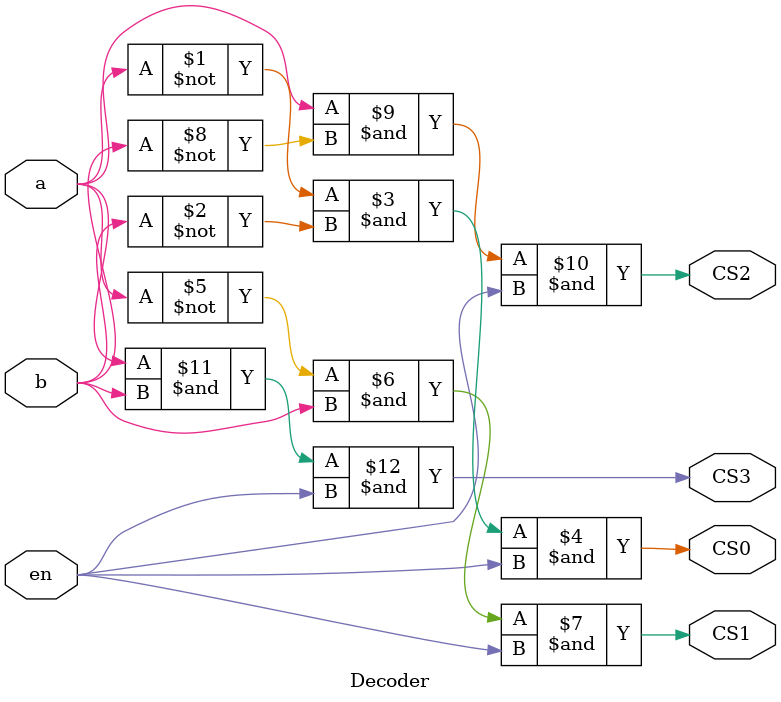
<source format=v>
module Decoder(a,b,en,CS0,CS1,CS2,CS3);

input a;
input b;
input en;

output  CS0,CS1,CS2,CS3; 

assign CS0= (~a) & (~b) & en;
assign CS1= (~a) & b & en;
assign CS2= a & (~b) & en;
assign CS3= a & b & en;

endmodule


</source>
